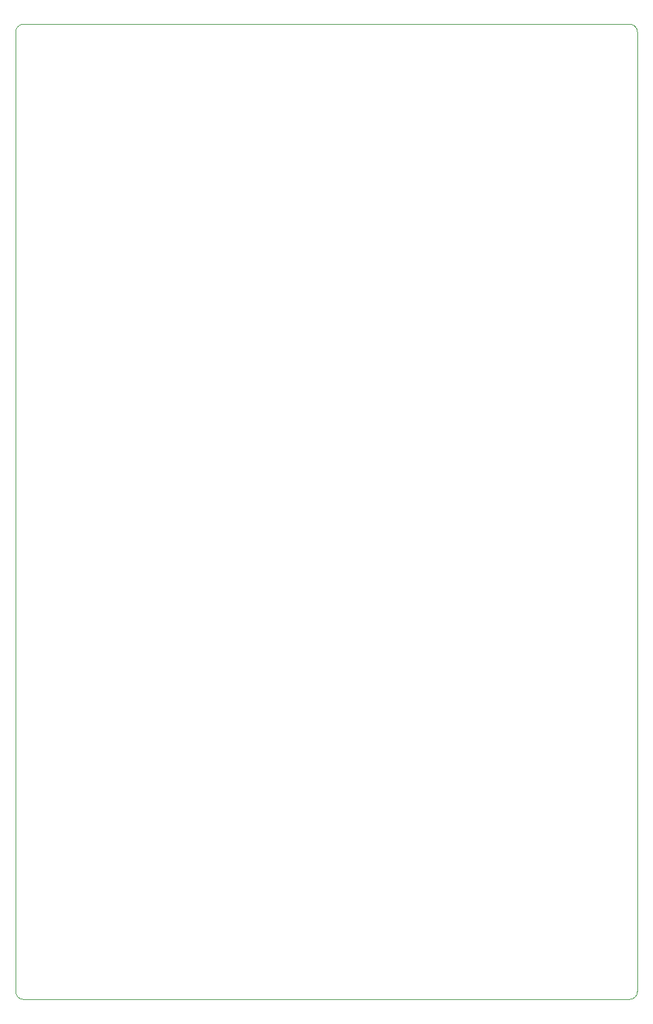
<source format=gbr>
%TF.GenerationSoftware,KiCad,Pcbnew,9.0.3*%
%TF.CreationDate,2025-09-20T21:36:46-05:00*%
%TF.ProjectId,RPNCalcProject,52504e43-616c-4635-9072-6f6a6563742e,rev?*%
%TF.SameCoordinates,Original*%
%TF.FileFunction,Profile,NP*%
%FSLAX46Y46*%
G04 Gerber Fmt 4.6, Leading zero omitted, Abs format (unit mm)*
G04 Created by KiCad (PCBNEW 9.0.3) date 2025-09-20 21:36:46*
%MOMM*%
%LPD*%
G01*
G04 APERTURE LIST*
%TA.AperFunction,Profile*%
%ADD10C,0.050000*%
%TD*%
G04 APERTURE END LIST*
D10*
X134000000Y-35750000D02*
G75*
G02*
X135000000Y-34750000I1000000J0D01*
G01*
X134000000Y-160750000D02*
X134000000Y-35750000D01*
X215000000Y-160750000D02*
G75*
G02*
X214000000Y-161750000I-1000000J0D01*
G01*
X215000000Y-35750000D02*
X215000000Y-160750000D01*
X135000000Y-161750000D02*
G75*
G02*
X134000000Y-160750000I0J1000000D01*
G01*
X214000000Y-161750000D02*
X135000000Y-161750000D01*
X214000000Y-34750000D02*
G75*
G02*
X215000000Y-35750000I0J-1000000D01*
G01*
X135000000Y-34750000D02*
X214000000Y-34750000D01*
M02*

</source>
